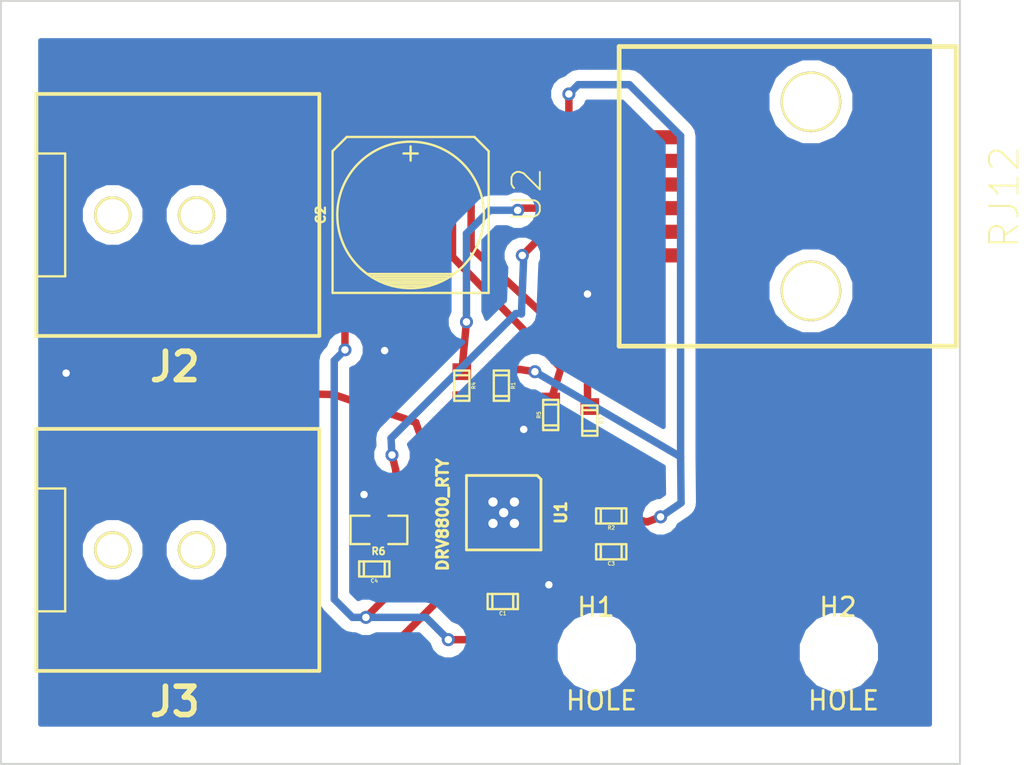
<source format=kicad_pcb>
(kicad_pcb (version 3) (host pcbnew "(2013-08-24 BZR 4298)-stable")

  (general
    (links 36)
    (no_connects 0)
    (area 110.949999 73.949999 162.550001 115.050001)
    (thickness 1.6)
    (drawings 5)
    (tracks 148)
    (zones 0)
    (modules 16)
    (nets 18)
  )

  (page A)
  (layers
    (15 F.Cu signal)
    (0 B.Cu signal)
    (16 B.Adhes user)
    (17 F.Adhes user)
    (18 B.Paste user)
    (19 F.Paste user)
    (20 B.SilkS user)
    (21 F.SilkS user)
    (22 B.Mask user)
    (23 F.Mask user)
    (24 Dwgs.User user)
    (25 Cmts.User user)
    (26 Eco1.User user)
    (27 Eco2.User user)
    (28 Edge.Cuts user)
  )

  (setup
    (last_trace_width 0.4)
    (user_trace_width 0.2)
    (user_trace_width 0.25)
    (user_trace_width 0.3)
    (user_trace_width 0.4)
    (user_trace_width 0.5)
    (user_trace_width 0.6)
    (user_trace_width 0.7)
    (user_trace_width 0.8)
    (user_trace_width 0.9)
    (user_trace_width 1)
    (user_trace_width 1.1)
    (user_trace_width 2)
    (trace_clearance 0.2)
    (zone_clearance 0.6)
    (zone_45_only no)
    (trace_min 0.1)
    (segment_width 0.2)
    (edge_width 0.1)
    (via_size 0.7)
    (via_drill 0.4)
    (via_min_size 0.7)
    (via_min_drill 0.4)
    (uvia_size 0.4)
    (uvia_drill 0.127)
    (uvias_allowed no)
    (uvia_min_size 0.4)
    (uvia_min_drill 0.127)
    (pcb_text_width 0.3)
    (pcb_text_size 1.5 1.5)
    (mod_edge_width 0.15)
    (mod_text_size 1 1)
    (mod_text_width 0.15)
    (pad_size 2 0.8)
    (pad_drill 0)
    (pad_to_mask_clearance 0)
    (aux_axis_origin 0 0)
    (visible_elements 7FFFFFFF)
    (pcbplotparams
      (layerselection 271613953)
      (usegerberextensions false)
      (excludeedgelayer true)
      (linewidth 0.150000)
      (plotframeref false)
      (viasonmask false)
      (mode 1)
      (useauxorigin false)
      (hpglpennumber 1)
      (hpglpenspeed 20)
      (hpglpendiameter 15)
      (hpglpenoverlay 2)
      (psnegative false)
      (psa4output false)
      (plotreference true)
      (plotvalue true)
      (plotothertext true)
      (plotinvisibletext false)
      (padsonsilk false)
      (subtractmaskfromsilk false)
      (outputformat 1)
      (mirror false)
      (drillshape 0)
      (scaleselection 1)
      (outputdirectory ""))
  )

  (net 0 "")
  (net 1 CS)
  (net 2 GND)
  (net 3 MODE)
  (net 4 Motor1OutA)
  (net 5 Motor1OutB)
  (net 6 N-000001)
  (net 7 N-0000014)
  (net 8 N-0000015)
  (net 9 N-0000020)
  (net 10 N-000003)
  (net 11 N-000004)
  (net 12 N-000006)
  (net 13 N-000008)
  (net 14 PHASE)
  (net 15 PWM)
  (net 16 VDD)
  (net 17 Vin)

  (net_class Default "This is the default net class."
    (clearance 0.2)
    (trace_width 0.25)
    (via_dia 0.7)
    (via_drill 0.4)
    (uvia_dia 0.4)
    (uvia_drill 0.127)
    (add_net "")
    (add_net CS)
    (add_net GND)
    (add_net MODE)
    (add_net Motor1OutA)
    (add_net Motor1OutB)
    (add_net N-000001)
    (add_net N-0000014)
    (add_net N-0000015)
    (add_net N-0000020)
    (add_net N-000003)
    (add_net N-000004)
    (add_net N-000006)
    (add_net N-000008)
    (add_net PHASE)
    (add_net PWM)
    (add_net VDD)
    (add_net Vin)
  )

  (module TED_SM0603 (layer F.Cu) (tedit 527731CB) (tstamp 537EB075)
    (at 142.625 96.55 270)
    (descr "SMT capacitor, 0603")
    (path /5260A766)
    (fp_text reference R3 (at 0 -0.635 270) (layer F.SilkS)
      (effects (font (size 0.20066 0.20066) (thickness 0.04064)))
    )
    (fp_text value 1k (at 0 0.635 270) (layer F.SilkS) hide
      (effects (font (size 0.20066 0.20066) (thickness 0.04064)))
    )
    (fp_line (start 0.5588 0.4064) (end 0.5588 -0.4064) (layer F.SilkS) (width 0.127))
    (fp_line (start -0.5588 -0.381) (end -0.5588 0.4064) (layer F.SilkS) (width 0.127))
    (fp_line (start -0.8128 -0.4064) (end 0.8128 -0.4064) (layer F.SilkS) (width 0.127))
    (fp_line (start 0.8128 -0.4064) (end 0.8128 0.4064) (layer F.SilkS) (width 0.127))
    (fp_line (start 0.8128 0.4064) (end -0.8128 0.4064) (layer F.SilkS) (width 0.127))
    (fp_line (start -0.8128 0.4064) (end -0.8128 -0.4064) (layer F.SilkS) (width 0.127))
    (pad 2 smd rect (at 0.75184 0 270) (size 0.89916 1.00076)
      (layers F.Cu F.Paste F.Mask)
      (net 3 MODE)
      (clearance 0.1)
    )
    (pad 1 smd rect (at -0.75184 0 270) (size 0.89916 1.00076)
      (layers F.Cu F.Paste F.Mask)
      (net 9 N-0000020)
      (clearance 0.1)
    )
    (model smd/capacitors/c_0603.wrl
      (at (xyz 0 0 0))
      (scale (xyz 1 1 1))
      (rotate (xyz 0 0 0))
    )
  )

  (module TED_SM0603 (layer F.Cu) (tedit 527731CB) (tstamp 537EB081)
    (at 140.525 96.25 90)
    (descr "SMT capacitor, 0603")
    (path /5260A77F)
    (fp_text reference R5 (at 0 -0.635 90) (layer F.SilkS)
      (effects (font (size 0.20066 0.20066) (thickness 0.04064)))
    )
    (fp_text value 1k (at 0 0.635 90) (layer F.SilkS) hide
      (effects (font (size 0.20066 0.20066) (thickness 0.04064)))
    )
    (fp_line (start 0.5588 0.4064) (end 0.5588 -0.4064) (layer F.SilkS) (width 0.127))
    (fp_line (start -0.5588 -0.381) (end -0.5588 0.4064) (layer F.SilkS) (width 0.127))
    (fp_line (start -0.8128 -0.4064) (end 0.8128 -0.4064) (layer F.SilkS) (width 0.127))
    (fp_line (start 0.8128 -0.4064) (end 0.8128 0.4064) (layer F.SilkS) (width 0.127))
    (fp_line (start 0.8128 0.4064) (end -0.8128 0.4064) (layer F.SilkS) (width 0.127))
    (fp_line (start -0.8128 0.4064) (end -0.8128 -0.4064) (layer F.SilkS) (width 0.127))
    (pad 2 smd rect (at 0.75184 0 90) (size 0.89916 1.00076)
      (layers F.Cu F.Paste F.Mask)
      (net 7 N-0000014)
      (clearance 0.1)
    )
    (pad 1 smd rect (at -0.75184 0 90) (size 0.89916 1.00076)
      (layers F.Cu F.Paste F.Mask)
      (net 14 PHASE)
      (clearance 0.1)
    )
    (model smd/capacitors/c_0603.wrl
      (at (xyz 0 0 0))
      (scale (xyz 1 1 1))
      (rotate (xyz 0 0 0))
    )
  )

  (module TED_SM0603 (layer F.Cu) (tedit 527731CB) (tstamp 537EB08D)
    (at 135.75 94.675 270)
    (descr "SMT capacitor, 0603")
    (path /5260A785)
    (fp_text reference R4 (at 0 -0.635 270) (layer F.SilkS)
      (effects (font (size 0.20066 0.20066) (thickness 0.04064)))
    )
    (fp_text value 1k (at 0 0.635 270) (layer F.SilkS) hide
      (effects (font (size 0.20066 0.20066) (thickness 0.04064)))
    )
    (fp_line (start 0.5588 0.4064) (end 0.5588 -0.4064) (layer F.SilkS) (width 0.127))
    (fp_line (start -0.5588 -0.381) (end -0.5588 0.4064) (layer F.SilkS) (width 0.127))
    (fp_line (start -0.8128 -0.4064) (end 0.8128 -0.4064) (layer F.SilkS) (width 0.127))
    (fp_line (start 0.8128 -0.4064) (end 0.8128 0.4064) (layer F.SilkS) (width 0.127))
    (fp_line (start 0.8128 0.4064) (end -0.8128 0.4064) (layer F.SilkS) (width 0.127))
    (fp_line (start -0.8128 0.4064) (end -0.8128 -0.4064) (layer F.SilkS) (width 0.127))
    (pad 2 smd rect (at 0.75184 0 270) (size 0.89916 1.00076)
      (layers F.Cu F.Paste F.Mask)
      (net 15 PWM)
      (clearance 0.1)
    )
    (pad 1 smd rect (at -0.75184 0 270) (size 0.89916 1.00076)
      (layers F.Cu F.Paste F.Mask)
      (net 8 N-0000015)
      (clearance 0.1)
    )
    (model smd/capacitors/c_0603.wrl
      (at (xyz 0 0 0))
      (scale (xyz 1 1 1))
      (rotate (xyz 0 0 0))
    )
  )

  (module TED_SM0603 (layer F.Cu) (tedit 527731CB) (tstamp 537EB099)
    (at 137.95 106.275 180)
    (descr "SMT capacitor, 0603")
    (path /532CD1F4)
    (fp_text reference C1 (at 0 -0.635 180) (layer F.SilkS)
      (effects (font (size 0.20066 0.20066) (thickness 0.04064)))
    )
    (fp_text value ".1uF (50v)" (at 0 0.635 180) (layer F.SilkS) hide
      (effects (font (size 0.20066 0.20066) (thickness 0.04064)))
    )
    (fp_line (start 0.5588 0.4064) (end 0.5588 -0.4064) (layer F.SilkS) (width 0.127))
    (fp_line (start -0.5588 -0.381) (end -0.5588 0.4064) (layer F.SilkS) (width 0.127))
    (fp_line (start -0.8128 -0.4064) (end 0.8128 -0.4064) (layer F.SilkS) (width 0.127))
    (fp_line (start 0.8128 -0.4064) (end 0.8128 0.4064) (layer F.SilkS) (width 0.127))
    (fp_line (start 0.8128 0.4064) (end -0.8128 0.4064) (layer F.SilkS) (width 0.127))
    (fp_line (start -0.8128 0.4064) (end -0.8128 -0.4064) (layer F.SilkS) (width 0.127))
    (pad 2 smd rect (at 0.75184 0 180) (size 0.89916 1.00076)
      (layers F.Cu F.Paste F.Mask)
      (net 11 N-000004)
      (clearance 0.1)
    )
    (pad 1 smd rect (at -0.75184 0 180) (size 0.89916 1.00076)
      (layers F.Cu F.Paste F.Mask)
      (net 10 N-000003)
      (clearance 0.1)
    )
    (model smd/capacitors/c_0603.wrl
      (at (xyz 0 0 0))
      (scale (xyz 1 1 1))
      (rotate (xyz 0 0 0))
    )
  )

  (module TED_SM0603 (layer F.Cu) (tedit 527731CB) (tstamp 537EB0B1)
    (at 137.875 94.675 270)
    (descr "SMT capacitor, 0603")
    (path /532CD08D)
    (fp_text reference R1 (at 0 -0.635 270) (layer F.SilkS)
      (effects (font (size 0.20066 0.20066) (thickness 0.04064)))
    )
    (fp_text value 3.3k (at 0 0.635 270) (layer F.SilkS) hide
      (effects (font (size 0.20066 0.20066) (thickness 0.04064)))
    )
    (fp_line (start 0.5588 0.4064) (end 0.5588 -0.4064) (layer F.SilkS) (width 0.127))
    (fp_line (start -0.5588 -0.381) (end -0.5588 0.4064) (layer F.SilkS) (width 0.127))
    (fp_line (start -0.8128 -0.4064) (end 0.8128 -0.4064) (layer F.SilkS) (width 0.127))
    (fp_line (start 0.8128 -0.4064) (end 0.8128 0.4064) (layer F.SilkS) (width 0.127))
    (fp_line (start 0.8128 0.4064) (end -0.8128 0.4064) (layer F.SilkS) (width 0.127))
    (fp_line (start -0.8128 0.4064) (end -0.8128 -0.4064) (layer F.SilkS) (width 0.127))
    (pad 2 smd rect (at 0.75184 0 270) (size 0.89916 1.00076)
      (layers F.Cu F.Paste F.Mask)
      (net 6 N-000001)
      (clearance 0.1)
    )
    (pad 1 smd rect (at -0.75184 0 270) (size 0.89916 1.00076)
      (layers F.Cu F.Paste F.Mask)
      (net 16 VDD)
      (clearance 0.1)
    )
    (model smd/capacitors/c_0603.wrl
      (at (xyz 0 0 0))
      (scale (xyz 1 1 1))
      (rotate (xyz 0 0 0))
    )
  )

  (module TED_SM0603 (layer F.Cu) (tedit 527731CB) (tstamp 537EB0BD)
    (at 143.775 101.675 180)
    (descr "SMT capacitor, 0603")
    (path /532CCFD5)
    (fp_text reference R2 (at 0 -0.635 180) (layer F.SilkS)
      (effects (font (size 0.20066 0.20066) (thickness 0.04064)))
    )
    (fp_text value 3.3k (at 0 0.635 180) (layer F.SilkS) hide
      (effects (font (size 0.20066 0.20066) (thickness 0.04064)))
    )
    (fp_line (start 0.5588 0.4064) (end 0.5588 -0.4064) (layer F.SilkS) (width 0.127))
    (fp_line (start -0.5588 -0.381) (end -0.5588 0.4064) (layer F.SilkS) (width 0.127))
    (fp_line (start -0.8128 -0.4064) (end 0.8128 -0.4064) (layer F.SilkS) (width 0.127))
    (fp_line (start 0.8128 -0.4064) (end 0.8128 0.4064) (layer F.SilkS) (width 0.127))
    (fp_line (start 0.8128 0.4064) (end -0.8128 0.4064) (layer F.SilkS) (width 0.127))
    (fp_line (start -0.8128 0.4064) (end -0.8128 -0.4064) (layer F.SilkS) (width 0.127))
    (pad 2 smd rect (at 0.75184 0 180) (size 0.89916 1.00076)
      (layers F.Cu F.Paste F.Mask)
      (net 13 N-000008)
      (clearance 0.1)
    )
    (pad 1 smd rect (at -0.75184 0 180) (size 0.89916 1.00076)
      (layers F.Cu F.Paste F.Mask)
      (net 16 VDD)
      (clearance 0.1)
    )
    (model smd/capacitors/c_0603.wrl
      (at (xyz 0 0 0))
      (scale (xyz 1 1 1))
      (rotate (xyz 0 0 0))
    )
  )

  (module TED_SM0603 (layer F.Cu) (tedit 527731CB) (tstamp 537EB0C9)
    (at 143.775 103.6 180)
    (descr "SMT capacitor, 0603")
    (path /532CCF4F)
    (fp_text reference C3 (at 0 -0.635 180) (layer F.SilkS)
      (effects (font (size 0.20066 0.20066) (thickness 0.04064)))
    )
    (fp_text value ".1uF (50v)" (at 0 0.635 180) (layer F.SilkS) hide
      (effects (font (size 0.20066 0.20066) (thickness 0.04064)))
    )
    (fp_line (start 0.5588 0.4064) (end 0.5588 -0.4064) (layer F.SilkS) (width 0.127))
    (fp_line (start -0.5588 -0.381) (end -0.5588 0.4064) (layer F.SilkS) (width 0.127))
    (fp_line (start -0.8128 -0.4064) (end 0.8128 -0.4064) (layer F.SilkS) (width 0.127))
    (fp_line (start 0.8128 -0.4064) (end 0.8128 0.4064) (layer F.SilkS) (width 0.127))
    (fp_line (start 0.8128 0.4064) (end -0.8128 0.4064) (layer F.SilkS) (width 0.127))
    (fp_line (start -0.8128 0.4064) (end -0.8128 -0.4064) (layer F.SilkS) (width 0.127))
    (pad 2 smd rect (at 0.75184 0 180) (size 0.89916 1.00076)
      (layers F.Cu F.Paste F.Mask)
      (net 12 N-000006)
      (clearance 0.1)
    )
    (pad 1 smd rect (at -0.75184 0 180) (size 0.89916 1.00076)
      (layers F.Cu F.Paste F.Mask)
      (net 17 Vin)
      (clearance 0.1)
    )
    (model smd/capacitors/c_0603.wrl
      (at (xyz 0 0 0))
      (scale (xyz 1 1 1))
      (rotate (xyz 0 0 0))
    )
  )

  (module TED_SM0603 (layer F.Cu) (tedit 527731CB) (tstamp 537EB0D5)
    (at 131.05 104.525 180)
    (descr "SMT capacitor, 0603")
    (path /532CCE8D)
    (fp_text reference C4 (at 0 -0.635 180) (layer F.SilkS)
      (effects (font (size 0.20066 0.20066) (thickness 0.04064)))
    )
    (fp_text value ".1uF (50v)" (at 0 0.635 180) (layer F.SilkS) hide
      (effects (font (size 0.20066 0.20066) (thickness 0.04064)))
    )
    (fp_line (start 0.5588 0.4064) (end 0.5588 -0.4064) (layer F.SilkS) (width 0.127))
    (fp_line (start -0.5588 -0.381) (end -0.5588 0.4064) (layer F.SilkS) (width 0.127))
    (fp_line (start -0.8128 -0.4064) (end 0.8128 -0.4064) (layer F.SilkS) (width 0.127))
    (fp_line (start 0.8128 -0.4064) (end 0.8128 0.4064) (layer F.SilkS) (width 0.127))
    (fp_line (start 0.8128 0.4064) (end -0.8128 0.4064) (layer F.SilkS) (width 0.127))
    (fp_line (start -0.8128 0.4064) (end -0.8128 -0.4064) (layer F.SilkS) (width 0.127))
    (pad 2 smd rect (at 0.75184 0 180) (size 0.89916 1.00076)
      (layers F.Cu F.Paste F.Mask)
      (net 2 GND)
      (clearance 0.1)
    )
    (pad 1 smd rect (at -0.75184 0 180) (size 0.89916 1.00076)
      (layers F.Cu F.Paste F.Mask)
      (net 17 Vin)
      (clearance 0.1)
    )
    (model smd/capacitors/c_0603.wrl
      (at (xyz 0 0 0))
      (scale (xyz 1 1 1))
      (rotate (xyz 0 0 0))
    )
  )

  (module TED_QFN16+1 (layer F.Cu) (tedit 532CC866) (tstamp 537EB0F5)
    (at 138 101.5 270)
    (path /53880556)
    (solder_mask_margin 0.1)
    (solder_paste_margin -0.1)
    (solder_paste_ratio -0.2)
    (clearance 0.1)
    (fp_text reference U1 (at -0.01 -3.07 270) (layer F.SilkS)
      (effects (font (size 0.6 0.6) (thickness 0.15)))
    )
    (fp_text value DRV8800_RTY (at 0.11 3.28 270) (layer F.SilkS)
      (effects (font (size 0.6 0.6) (thickness 0.15)))
    )
    (fp_line (start -1.8 -2) (end 2 -2) (layer F.SilkS) (width 0.14986))
    (fp_line (start -2 -1.8) (end -2 2) (layer F.SilkS) (width 0.14986))
    (fp_line (start -1.8 -2) (end -2 -1.8) (layer F.SilkS) (width 0.14986))
    (fp_line (start 2 2) (end -2 2) (layer F.SilkS) (width 0.14986))
    (fp_line (start 2 -2) (end 2 2) (layer F.SilkS) (width 0.14986))
    (pad 17 smd rect (at 0 0 180) (size 2.1 2.1)
      (layers F.Cu F.Paste)
      (net 2 GND)
      (zone_connect 2)
    )
    (pad 1 smd rect (at -1.9 -0.975 270) (size 1 0.35)
      (layers F.Cu F.Paste F.Mask)
      (net 14 PHASE)
    )
    (pad 2 smd rect (at -1.9 -0.325 270) (size 1 0.35)
      (layers F.Cu F.Paste F.Mask)
      (net 2 GND)
    )
    (pad 3 smd rect (at -1.9 0.325 270) (size 1 0.35)
      (layers F.Cu F.Paste F.Mask)
      (net 6 N-000001)
    )
    (pad 4 smd rect (at -1.9 0.975 270) (size 1 0.35)
      (layers F.Cu F.Paste F.Mask)
      (net 15 PWM)
    )
    (pad 5 smd rect (at -0.975 1.9 180) (size 1 0.35)
      (layers F.Cu F.Paste F.Mask)
    )
    (pad 6 smd rect (at -0.325 1.9 180) (size 1 0.35)
      (layers F.Cu F.Paste F.Mask)
      (net 4 Motor1OutA)
    )
    (pad 7 smd rect (at 0.325 1.9 180) (size 1 0.35)
      (layers F.Cu F.Paste F.Mask)
      (net 1 CS)
    )
    (pad 8 smd rect (at 0.975 1.9 180) (size 1 0.35)
      (layers F.Cu F.Paste F.Mask)
      (net 17 Vin)
    )
    (pad 9 smd rect (at 1.9 0.975 270) (size 1 0.35)
      (layers F.Cu F.Paste F.Mask)
      (net 5 Motor1OutB)
    )
    (pad 10 smd rect (at 1.9 0.325 270) (size 1 0.35)
      (layers F.Cu F.Paste F.Mask)
      (net 11 N-000004)
    )
    (pad 11 smd rect (at 1.9 -0.325 270) (size 1 0.35)
      (layers F.Cu F.Paste F.Mask)
      (net 10 N-000003)
    )
    (pad 12 smd rect (at 1.9 -0.975 270) (size 1 0.35)
      (layers F.Cu F.Paste F.Mask)
      (net 2 GND)
    )
    (pad 13 smd rect (at 0.975 -1.9 180) (size 1 0.35)
      (layers F.Cu F.Paste F.Mask)
      (net 12 N-000006)
    )
    (pad 14 smd rect (at 0.325 -1.9 180) (size 1 0.35)
      (layers F.Cu F.Paste F.Mask)
    )
    (pad 15 smd rect (at -0.325 -1.9 180) (size 1 0.35)
      (layers F.Cu F.Paste F.Mask)
      (net 13 N-000008)
    )
    (pad 16 smd rect (at -0.975 -1.9 180) (size 1 0.35)
      (layers F.Cu F.Paste F.Mask)
      (net 3 MODE)
    )
    (pad 17 thru_hole circle (at 0 0 180) (size 0.5 0.5) (drill 0.5)
      (layers *.Cu)
      (net 2 GND)
      (zone_connect 2)
    )
    (pad 17 thru_hole circle (at 0.575 -0.575 180) (size 0.5 0.5) (drill 0.5)
      (layers *.Cu)
      (net 2 GND)
      (zone_connect 2)
    )
    (pad 17 thru_hole circle (at -0.575 -0.575 180) (size 0.5 0.5) (drill 0.5)
      (layers *.Cu)
      (net 2 GND)
      (zone_connect 2)
    )
    (pad 17 thru_hole circle (at 0.575 0.575 180) (size 0.5 0.5) (drill 0.5)
      (layers *.Cu)
      (net 2 GND)
      (zone_connect 2)
    )
    (pad 17 thru_hole circle (at -0.575 0.575 180) (size 0.5 0.5) (drill 0.5)
      (layers *.Cu)
      (net 2 GND)
      (zone_connect 2)
    )
    (pad 17 smd rect (at 0 0 180) (size 2.1 2.1)
      (layers B.Cu B.Paste)
      (net 2 GND)
      (zone_connect 2)
    )
    (model smd/qfn24.wrl
      (at (xyz 0 0 0))
      (scale (xyz 1 1 1))
      (rotate (xyz 0 0 0))
    )
  )

  (module TED_Hole_3mm (layer F.Cu) (tedit 52802437) (tstamp 537EB109)
    (at 143 109)
    (path /52D61D03)
    (fp_text reference H1 (at -0.05 -2.425) (layer F.SilkS)
      (effects (font (size 1 1) (thickness 0.15)))
    )
    (fp_text value HOLE (at 0.25 2.6) (layer F.SilkS)
      (effects (font (size 1 1) (thickness 0.15)))
    )
    (pad "" np_thru_hole circle (at 0 0) (size 3 3) (drill 3)
      (layers *.Cu *.Mask F.SilkS)
    )
  )

  (module TED_DC_2.1mm_SMT (layer F.Cu) (tedit 52880F9F) (tstamp 537EB128)
    (at 120.5 85.5 180)
    (path /52503907)
    (fp_text reference J2 (at 0.15748 -8.15848 180) (layer F.SilkS)
      (effects (font (thickness 0.3048)))
    )
    (fp_text value DC_2.1MM (at 0.1016 8.49884 180) (layer F.SilkS) hide
      (effects (font (thickness 0.3048)))
    )
    (fp_line (start 7.6 -3.3) (end 6.05 -3.3) (layer F.SilkS) (width 0.127))
    (fp_line (start 6.05 -3.3) (end 6.05 3.3) (layer F.SilkS) (width 0.127))
    (fp_line (start 6.05 3.3) (end 7.575 3.3) (layer F.SilkS) (width 0.127))
    (fp_line (start -7.59968 -6.5024) (end 7.59968 -6.5024) (layer F.SilkS) (width 0.20066))
    (fp_line (start 7.59968 -6.5024) (end 7.59968 6.5024) (layer F.SilkS) (width 0.20066))
    (fp_line (start 7.59968 6.5024) (end -7.59968 6.5024) (layer F.SilkS) (width 0.20066))
    (fp_line (start -7.59968 6.5024) (end -7.59968 -6.5024) (layer F.SilkS) (width 0.20066))
    (pad "" np_thru_hole circle (at -1.00076 0 180) (size 1.99898 1.99898) (drill 1.69926)
      (layers *.Cu *.Mask F.SilkS)
    )
    (pad 1 smd rect (at 3.50012 5.4102 180) (size 1.99898 1.99898)
      (layers F.Cu F.Paste F.Mask)
      (net 17 Vin)
    )
    (pad 1 smd rect (at -2.60096 5.4102 180) (size 1.99898 1.99898)
      (layers F.Cu F.Paste F.Mask)
      (net 17 Vin)
    )
    (pad 2 smd rect (at 3.50012 -5.41528 180) (size 1.99898 1.99898)
      (layers F.Cu F.Paste F.Mask)
      (net 2 GND)
    )
    (pad 3 smd rect (at -2.60096 -5.41528 180) (size 1.99898 1.99898)
      (layers F.Cu F.Paste F.Mask)
    )
    (pad "" np_thru_hole circle (at 3.50012 0 180) (size 1.99898 1.99898) (drill 1.69926)
      (layers *.Cu *.Mask F.SilkS)
    )
  )

  (module TED_DC_2.1mm_SMT (layer F.Cu) (tedit 52880F9F) (tstamp 537EB139)
    (at 120.5 103.5 180)
    (path /52D6165C)
    (fp_text reference J3 (at 0.15748 -8.15848 180) (layer F.SilkS)
      (effects (font (thickness 0.3048)))
    )
    (fp_text value DC_2.1MM (at 0.1016 8.49884 180) (layer F.SilkS) hide
      (effects (font (thickness 0.3048)))
    )
    (fp_line (start 7.6 -3.3) (end 6.05 -3.3) (layer F.SilkS) (width 0.127))
    (fp_line (start 6.05 -3.3) (end 6.05 3.3) (layer F.SilkS) (width 0.127))
    (fp_line (start 6.05 3.3) (end 7.575 3.3) (layer F.SilkS) (width 0.127))
    (fp_line (start -7.59968 -6.5024) (end 7.59968 -6.5024) (layer F.SilkS) (width 0.20066))
    (fp_line (start 7.59968 -6.5024) (end 7.59968 6.5024) (layer F.SilkS) (width 0.20066))
    (fp_line (start 7.59968 6.5024) (end -7.59968 6.5024) (layer F.SilkS) (width 0.20066))
    (fp_line (start -7.59968 6.5024) (end -7.59968 -6.5024) (layer F.SilkS) (width 0.20066))
    (pad "" np_thru_hole circle (at -1.00076 0 180) (size 1.99898 1.99898) (drill 1.69926)
      (layers *.Cu *.Mask F.SilkS)
    )
    (pad 1 smd rect (at 3.50012 5.4102 180) (size 1.99898 1.99898)
      (layers F.Cu F.Paste F.Mask)
      (net 4 Motor1OutA)
    )
    (pad 1 smd rect (at -2.60096 5.4102 180) (size 1.99898 1.99898)
      (layers F.Cu F.Paste F.Mask)
      (net 4 Motor1OutA)
    )
    (pad 2 smd rect (at 3.50012 -5.41528 180) (size 1.99898 1.99898)
      (layers F.Cu F.Paste F.Mask)
      (net 5 Motor1OutB)
    )
    (pad 3 smd rect (at -2.60096 -5.41528 180) (size 1.99898 1.99898)
      (layers F.Cu F.Paste F.Mask)
    )
    (pad "" np_thru_hole circle (at 3.50012 0 180) (size 1.99898 1.99898) (drill 1.69926)
      (layers *.Cu *.Mask F.SilkS)
    )
  )

  (module TED_c_elec_8x10 (layer F.Cu) (tedit 49F5C68A) (tstamp 537EB14E)
    (at 133 85.5 90)
    (descr "SMT capacitor, aluminium electrolytic, 8x10")
    (path /532CCE9D)
    (fp_text reference C2 (at 0 -4.826 90) (layer F.SilkS)
      (effects (font (size 0.50038 0.50038) (thickness 0.11938)))
    )
    (fp_text value "100 uF (50v)" (at 0 4.826 90) (layer F.SilkS) hide
      (effects (font (size 0.50038 0.50038) (thickness 0.11938)))
    )
    (fp_line (start -3.81 -1.016) (end -3.81 1.016) (layer F.SilkS) (width 0.127))
    (fp_line (start -3.683 1.397) (end -3.683 -1.397) (layer F.SilkS) (width 0.127))
    (fp_line (start -3.556 -1.651) (end -3.556 1.651) (layer F.SilkS) (width 0.127))
    (fp_line (start -3.429 1.905) (end -3.429 -1.905) (layer F.SilkS) (width 0.127))
    (fp_line (start -3.302 2.032) (end -3.302 -2.032) (layer F.SilkS) (width 0.127))
    (fp_line (start -3.175 -2.286) (end -3.175 2.286) (layer F.SilkS) (width 0.127))
    (fp_circle (center 0 0) (end 3.937 0) (layer F.SilkS) (width 0.127))
    (fp_line (start -4.191 -4.191) (end -4.191 4.191) (layer F.SilkS) (width 0.127))
    (fp_line (start -4.191 4.191) (end 3.429 4.191) (layer F.SilkS) (width 0.127))
    (fp_line (start 3.429 4.191) (end 4.191 3.429) (layer F.SilkS) (width 0.127))
    (fp_line (start 4.191 3.429) (end 4.191 -3.429) (layer F.SilkS) (width 0.127))
    (fp_line (start 4.191 -3.429) (end 3.429 -4.191) (layer F.SilkS) (width 0.127))
    (fp_line (start 3.429 -4.191) (end -4.191 -4.191) (layer F.SilkS) (width 0.127))
    (fp_line (start 3.683 0) (end 2.921 0) (layer F.SilkS) (width 0.127))
    (fp_line (start 3.302 -0.381) (end 3.302 0.381) (layer F.SilkS) (width 0.127))
    (pad 1 smd rect (at 3.2512 0 90) (size 3.50012 2.4003)
      (layers F.Cu F.Paste F.Mask)
      (net 17 Vin)
    )
    (pad 2 smd rect (at -3.2512 0 90) (size 3.50012 2.4003)
      (layers F.Cu F.Paste F.Mask)
      (net 2 GND)
    )
    (model smd/capacitors/c_elec_8x10.wrl
      (at (xyz 0 0 0))
      (scale (xyz 1 1 1))
      (rotate (xyz 0 0 0))
    )
  )

  (module TED_Hole_3mm (layer F.Cu) (tedit 52802437) (tstamp 537E7DDE)
    (at 156 109)
    (path /52D61D21)
    (fp_text reference H2 (at -0.05 -2.425) (layer F.SilkS)
      (effects (font (size 1 1) (thickness 0.15)))
    )
    (fp_text value HOLE (at 0.25 2.6) (layer F.SilkS)
      (effects (font (size 1 1) (thickness 0.15)))
    )
    (pad "" np_thru_hole circle (at 0 0) (size 3 3) (drill 3)
      (layers *.Cu *.Mask F.SilkS)
    )
  )

  (module TED_RJ12_955016669 (layer F.Cu) (tedit 538101BC) (tstamp 537E7C4C)
    (at 154.5 84.5 90)
    (path /537E7BB7)
    (fp_text reference U2 (at 0.08 -15.26 90) (layer F.SilkS)
      (effects (font (thickness 0.09906)))
    )
    (fp_text value RJ12 (at -0.04 10.39 90) (layer F.SilkS)
      (effects (font (thickness 0.09906)))
    )
    (fp_line (start -8.05 -10.3) (end 8.05 -10.3) (layer F.SilkS) (width 0.254))
    (fp_line (start 8.05 -10.3) (end 8.05 7.8) (layer F.SilkS) (width 0.254))
    (fp_line (start 8.05 7.8) (end -8.05 7.8) (layer F.SilkS) (width 0.254))
    (fp_line (start -8.05 7.8) (end -8.05 -10.3) (layer F.SilkS) (width 0.254))
    (pad 1 smd rect (at -3.175 -10.225 90) (size 0.76 6.35)
      (layers F.Cu F.Paste F.Mask)
      (net 2 GND)
      (clearance 0.2)
    )
    (pad 3 smd rect (at -0.635 -10.225 90) (size 0.76 6.35)
      (layers F.Cu F.Paste F.Mask)
      (net 8 N-0000015)
      (clearance 0.2)
    )
    (pad 5 smd rect (at 1.905 -10.225 90) (size 0.76 6.35)
      (layers F.Cu F.Paste F.Mask)
      (net 7 N-0000014)
      (clearance 0.2)
    )
    (pad 4 smd rect (at 0.635 -10.225 90) (size 0.76 6.35)
      (layers F.Cu F.Paste F.Mask)
      (net 9 N-0000020)
      (clearance 0.2)
    )
    (pad 6 smd rect (at 3.175 -10.225 90) (size 0.76 6.35)
      (layers F.Cu F.Paste F.Mask)
      (net 16 VDD)
      (clearance 0.2)
    )
    (pad "" np_thru_hole circle (at 5.08 0 90) (size 3.25 3.25) (drill 3)
      (layers *.Cu *.Mask F.SilkS)
      (clearance 0.3)
    )
    (pad "" np_thru_hole circle (at -5.08 0 90) (size 3.25 3.25) (drill 3)
      (layers *.Cu *.Mask F.SilkS)
      (clearance 0.3)
    )
    (pad 2 smd rect (at -1.905 -10.225 90) (size 0.76 6.35)
      (layers F.Cu F.Paste F.Mask)
      (net 1 CS)
      (clearance 0.2)
    )
  )

  (module TED_SM0805 (layer F.Cu) (tedit 522E5F71) (tstamp 538A06E0)
    (at 131.3 102.425 180)
    (path /532CD0D4)
    (attr smd)
    (fp_text reference R6 (at 0.0254 -1.14808 180) (layer F.SilkS)
      (effects (font (size 0.381 0.381) (thickness 0.09398)))
    )
    (fp_text value 10m (at 0.10668 1.19888 180) (layer F.SilkS) hide
      (effects (font (size 0.381 0.381) (thickness 0.09398)))
    )
    (fp_line (start -0.508 0.762) (end -1.524 0.762) (layer F.SilkS) (width 0.127))
    (fp_line (start -1.524 0.762) (end -1.524 -0.762) (layer F.SilkS) (width 0.127))
    (fp_line (start -1.524 -0.762) (end -0.508 -0.762) (layer F.SilkS) (width 0.127))
    (fp_line (start 0.508 -0.762) (end 1.524 -0.762) (layer F.SilkS) (width 0.127))
    (fp_line (start 1.524 -0.762) (end 1.524 0.762) (layer F.SilkS) (width 0.127))
    (fp_line (start 1.524 0.762) (end 0.508 0.762) (layer F.SilkS) (width 0.127))
    (pad 1 smd rect (at -0.9525 0 180) (size 0.889 1.397)
      (layers F.Cu F.Paste F.Mask)
      (net 1 CS)
    )
    (pad 2 smd rect (at 0.9525 0 180) (size 0.889 1.397)
      (layers F.Cu F.Paste F.Mask)
      (net 2 GND)
    )
    (model smd/chip_cms.wrl
      (at (xyz 0 0 0))
      (scale (xyz 0.1 0.1 0.1))
      (rotate (xyz 0 0 0))
    )
  )

  (gr_text MOTOR (at 117.225 111.55) (layer F.Cu)
    (effects (font (size 1.5 1.5) (thickness 0.3)))
  )
  (gr_line (start 111 115) (end 111 74) (angle 90) (layer Edge.Cuts) (width 0.1))
  (gr_line (start 162.5 115) (end 111 115) (angle 90) (layer Edge.Cuts) (width 0.1))
  (gr_line (start 162.5 74) (end 162.5 115) (angle 90) (layer Edge.Cuts) (width 0.1))
  (gr_line (start 111 74) (end 162.5 74) (angle 90) (layer Edge.Cuts) (width 0.1))

  (segment (start 138.950973 90.801064) (end 138.648936 90.801064) (width 0.4) (layer B.Cu) (net 1))
  (segment (start 132.2 99.2) (end 132.35 102.5) (width 0.4) (layer F.Cu) (net 1) (tstamp 5388080C) (status 20))
  (segment (start 132 98.4) (end 132.2 99.2) (width 0.4) (layer F.Cu) (net 1) (tstamp 5388080B))
  (via (at 132 98.4) (size 0.7) (layers F.Cu B.Cu) (net 1))
  (segment (start 131.95 97.5) (end 132 98.4) (width 0.4) (layer B.Cu) (net 1) (tstamp 53880808))
  (segment (start 138.648936 90.801064) (end 131.95 97.5) (width 0.4) (layer B.Cu) (net 1) (tstamp 53880807))
  (segment (start 144.275 86.405) (end 140.27 86.405) (width 0.4) (layer F.Cu) (net 1))
  (segment (start 139.075 87.75) (end 138.950973 90.801064) (width 0.4) (layer B.Cu) (net 1) (tstamp 538806EB))
  (segment (start 138.950973 90.801064) (end 138.95 90.825) (width 0.4) (layer B.Cu) (net 1) (tstamp 53880805))
  (segment (start 139 87.675) (end 139.075 87.75) (width 0.4) (layer B.Cu) (net 1) (tstamp 538806EA))
  (via (at 139 87.675) (size 0.7) (layers F.Cu B.Cu) (net 1))
  (segment (start 140.27 86.405) (end 139 87.675) (width 0.4) (layer F.Cu) (net 1) (tstamp 538806E6))
  (segment (start 136.1 101.825) (end 134.7 101.834272) (width 0.4) (layer F.Cu) (net 1) (status 20))
  (segment (start 134.7 101.834272) (end 132.35 102.5) (width 0.4) (layer F.Cu) (net 1) (tstamp 538A0716) (status 20))
  (segment (start 138.325 99.6) (end 138.325 98.55) (width 0.4) (layer F.Cu) (net 2))
  (via (at 139.075 97.025) (size 0.7) (layers F.Cu B.Cu) (net 2))
  (segment (start 138.325 98.55) (end 139.075 97.025) (width 0.4) (layer F.Cu) (net 2) (tstamp 5388075D))
  (segment (start 130.5 102.475) (end 130.525 100.375) (width 0.4) (layer F.Cu) (net 2) (status 10))
  (via (at 130.5 100.525) (size 0.7) (layers F.Cu B.Cu) (net 2))
  (segment (start 130.525 100.375) (end 130.5 100.525) (width 0.4) (layer F.Cu) (net 2) (tstamp 53880717))
  (segment (start 130.29816 104.525) (end 130.34816 102.62684) (width 0.4) (layer F.Cu) (net 2) (status 20))
  (segment (start 130.34816 102.62684) (end 130.5 102.475) (width 0.4) (layer F.Cu) (net 2) (tstamp 53880710) (status 30))
  (via (at 131.605 92.79) (size 0.7) (layers F.Cu B.Cu) (net 2))
  (segment (start 131.6 92.775) (end 131.6 92.785) (width 0.4) (layer B.Cu) (net 2) (tstamp 53880703))
  (segment (start 131.6 92.785) (end 131.605 92.79) (width 0.4) (layer B.Cu) (net 2) (tstamp 53880702))
  (via (at 140.425 105.375) (size 0.7) (layers F.Cu B.Cu) (net 2))
  (segment (start 138.975 104) (end 139.55 104.575) (width 0.4) (layer F.Cu) (net 2) (tstamp 5388067F))
  (segment (start 139.55 104.575) (end 139.825 104.575) (width 0.4) (layer F.Cu) (net 2) (tstamp 53880681))
  (segment (start 140.425 105.375) (end 139.825 104.575) (width 0.4) (layer F.Cu) (net 2) (tstamp 53880682))
  (segment (start 138.975 104) (end 138.975 103.4) (width 0.4) (layer F.Cu) (net 2))
  (segment (start 144.275 87.675) (end 141.825 87.675) (width 0.4) (layer F.Cu) (net 2))
  (via (at 142.5 89.75) (size 0.7) (layers F.Cu B.Cu) (net 2))
  (segment (start 142 87.85) (end 142.5 89.75) (width 0.4) (layer F.Cu) (net 2) (tstamp 538110E0))
  (segment (start 141.825 87.675) (end 142 87.85) (width 0.4) (layer F.Cu) (net 2) (tstamp 538110DF))
  (segment (start 133 88.7512) (end 133 90) (width 0.4) (layer F.Cu) (net 2) (status 30))
  (segment (start 133 90) (end 131.605 92.79) (width 0.4) (layer F.Cu) (net 2) (tstamp 537E7E5B) (status 10))
  (segment (start 131.605 92.79) (end 131.605 92.79) (width 0.4) (layer F.Cu) (net 2) (status 30))
  (segment (start 131.605 92.79) (end 131.605 92.79) (width 0.4) (layer F.Cu) (net 2) (tstamp 537EBC38) (status 10))
  (segment (start 116.99988 90.91528) (end 116.99988 91.50012) (width 0.4) (layer F.Cu) (net 2))
  (via (at 114.5 94) (size 0.7) (layers F.Cu B.Cu) (net 2))
  (segment (start 116.99988 91.50012) (end 114.5 94) (width 0.4) (layer F.Cu) (net 2) (tstamp 537EBA39))
  (segment (start 139.9 100.525) (end 141.25 100.525) (width 0.4) (layer F.Cu) (net 3))
  (segment (start 141.95 99.825) (end 142.625 97.30184) (width 0.4) (layer F.Cu) (net 3) (tstamp 538807C2) (status 20))
  (segment (start 141.25 100.525) (end 141.95 99.825) (width 0.4) (layer F.Cu) (net 3) (tstamp 538807C1))
  (segment (start 139.9 100.525) (end 139.975 100.525) (width 0.4) (layer F.Cu) (net 3))
  (segment (start 136.1 101.175) (end 134.9 101.175) (width 0.4) (layer F.Cu) (net 4))
  (segment (start 128.875 95.15) (end 123.525314 95.035359) (width 0.4) (layer F.Cu) (net 4) (tstamp 53880643))
  (segment (start 134.9 101.175) (end 133.275 96.65) (width 0.4) (layer F.Cu) (net 4) (tstamp 5388063F))
  (segment (start 133.275 96.65) (end 128.875 95.15) (width 0.4) (layer F.Cu) (net 4) (tstamp 538807F2))
  (segment (start 116.99988 98.0898) (end 116.99988 95.50012) (width 0.4) (layer F.Cu) (net 4))
  (segment (start 117.5 95) (end 123.525314 95.035359) (width 0.4) (layer F.Cu) (net 4) (tstamp 537EBA23))
  (segment (start 116.99988 95.50012) (end 117.5 95) (width 0.4) (layer F.Cu) (net 4) (tstamp 537EBA22))
  (segment (start 123.5 97.69076) (end 123.10096 98.0898) (width 0.4) (layer F.Cu) (net 4) (tstamp 537EBA0A))
  (segment (start 123.5 95.5) (end 123.5 97.69076) (width 0.4) (layer F.Cu) (net 4) (tstamp 537EBA09))
  (segment (start 123.576402 94.997938) (end 123.5 95.5) (width 0.4) (layer F.Cu) (net 4) (tstamp 537EBA08))
  (segment (start 123.525314 95.035359) (end 123.576402 94.997938) (width 0.4) (layer F.Cu) (net 4) (tstamp 537EBA25))
  (segment (start 137.025 103.4) (end 137.025 103.675) (width 0.4) (layer F.Cu) (net 5))
  (segment (start 116.99988 111.02488) (end 116.99988 108.91528) (width 0.4) (layer F.Cu) (net 5) (tstamp 538806B5))
  (segment (start 117.6 111.625) (end 116.99988 111.02488) (width 0.4) (layer F.Cu) (net 5) (tstamp 538806B4))
  (segment (start 129.075 111.625) (end 117.6 111.625) (width 0.4) (layer F.Cu) (net 5) (tstamp 538806AD))
  (segment (start 137.025 103.675) (end 129.075 111.625) (width 0.4) (layer F.Cu) (net 5) (tstamp 538806AB))
  (segment (start 137.025 103.4) (end 137.025 103.475) (width 0.4) (layer F.Cu) (net 5))
  (segment (start 137.675 99.6) (end 137.675 95.62684) (width 0.4) (layer F.Cu) (net 6))
  (segment (start 137.675 95.62684) (end 137.875 95.42684) (width 0.4) (layer F.Cu) (net 6) (tstamp 5388075B))
  (segment (start 140.525 95.49816) (end 141.075 93.725) (width 0.4) (layer F.Cu) (net 7) (status 10))
  (segment (start 136.905 82.595) (end 144.275 82.595) (width 0.4) (layer F.Cu) (net 7) (tstamp 5381110C))
  (segment (start 135.25 83.5) (end 136.905 82.595) (width 0.4) (layer F.Cu) (net 7) (tstamp 5381110B))
  (segment (start 135.25 87.75) (end 135.25 83.5) (width 0.4) (layer F.Cu) (net 7) (tstamp 53811109))
  (segment (start 141.075 93.725) (end 135.25 87.75) (width 0.4) (layer F.Cu) (net 7) (tstamp 53811108))
  (segment (start 135.75 93.92316) (end 135.74816 93.92316) (width 0.4) (layer F.Cu) (net 8) (status 30))
  (segment (start 138.865 85.135) (end 144.275 85.135) (width 0.4) (layer F.Cu) (net 8) (tstamp 53811163))
  (segment (start 138.75 85.25) (end 138.865 85.135) (width 0.4) (layer F.Cu) (net 8) (tstamp 53811162))
  (via (at 138.75 85.25) (size 0.7) (layers F.Cu B.Cu) (net 8))
  (segment (start 137.25 85.25) (end 138.75 85.25) (width 0.4) (layer B.Cu) (net 8) (tstamp 53811160))
  (segment (start 136 86.5) (end 137.25 85.25) (width 0.4) (layer B.Cu) (net 8) (tstamp 5381115F))
  (segment (start 136 88) (end 136 86.5) (width 0.4) (layer B.Cu) (net 8) (tstamp 5381115E))
  (segment (start 136 91.25) (end 136 88) (width 0.4) (layer B.Cu) (net 8) (tstamp 5381115D))
  (via (at 136 91.25) (size 0.7) (layers F.Cu B.Cu) (net 8))
  (segment (start 135.74816 93.92316) (end 136 91.25) (width 0.4) (layer F.Cu) (net 8) (tstamp 5381115B) (status 10))
  (segment (start 142.5 93.075) (end 142.5 95.67316) (width 0.4) (layer F.Cu) (net 9))
  (segment (start 142.5 93.075) (end 136.25 87.25) (width 0.4) (layer F.Cu) (net 9) (tstamp 53811110))
  (segment (start 136.25 87.25) (end 136.25 84.5) (width 0.4) (layer F.Cu) (net 9) (tstamp 53811112))
  (segment (start 136.25 84.5) (end 137.635 83.865) (width 0.4) (layer F.Cu) (net 9) (tstamp 53811114))
  (segment (start 144.275 83.865) (end 137.635 83.865) (width 0.4) (layer F.Cu) (net 9) (tstamp 53811115))
  (segment (start 142.5 95.67316) (end 142.625 95.79816) (width 0.4) (layer F.Cu) (net 9) (tstamp 5388090D))
  (segment (start 138.325 103.4) (end 138.325 104.625) (width 0.4) (layer F.Cu) (net 10))
  (segment (start 138.70184 105.00184) (end 138.70184 106.275) (width 0.4) (layer F.Cu) (net 10) (tstamp 5388067B))
  (segment (start 138.325 104.625) (end 138.70184 105.00184) (width 0.4) (layer F.Cu) (net 10) (tstamp 5388067A))
  (segment (start 137.675 103.4) (end 137.675 104.3) (width 0.4) (layer F.Cu) (net 11))
  (segment (start 137.19816 104.77684) (end 137.19816 106.275) (width 0.4) (layer F.Cu) (net 11) (tstamp 53880678))
  (segment (start 137.675 104.3) (end 137.19816 104.77684) (width 0.4) (layer F.Cu) (net 11) (tstamp 53880676))
  (segment (start 139.9 102.475) (end 140.925 102.475) (width 0.4) (layer F.Cu) (net 12))
  (segment (start 142.05 103.6) (end 143.02316 103.6) (width 0.4) (layer F.Cu) (net 12) (tstamp 5388088E))
  (segment (start 140.925 102.475) (end 142.05 103.6) (width 0.4) (layer F.Cu) (net 12) (tstamp 5388088D))
  (segment (start 139.9 101.175) (end 141.625 101.175) (width 0.4) (layer F.Cu) (net 13))
  (segment (start 142.125 101.675) (end 143.02316 101.675) (width 0.4) (layer F.Cu) (net 13) (tstamp 538807E0))
  (segment (start 141.625 101.175) (end 142.125 101.675) (width 0.4) (layer F.Cu) (net 13) (tstamp 538807DF))
  (segment (start 138.975 99.6) (end 138.975 99.05) (width 0.4) (layer F.Cu) (net 14))
  (segment (start 140.525 97.5) (end 140.525 97.00184) (width 0.4) (layer F.Cu) (net 14) (tstamp 5388079E))
  (segment (start 138.975 99.05) (end 140.525 97.5) (width 0.4) (layer F.Cu) (net 14) (tstamp 5388079B))
  (segment (start 137.025 99.6) (end 137.025 98.45) (width 0.4) (layer F.Cu) (net 15))
  (segment (start 137.025 98.45) (end 135.75 95.42684) (width 0.4) (layer F.Cu) (net 15) (tstamp 538806CA) (status 20))
  (segment (start 144.275 81.325) (end 142.575 81.325) (width 0.4) (layer F.Cu) (net 16))
  (segment (start 147.5 81.25) (end 147.5 98.5) (width 0.4) (layer B.Cu) (net 16) (tstamp 538110EB))
  (segment (start 144.75 78.5) (end 147.5 81.25) (width 0.4) (layer B.Cu) (net 16) (tstamp 538110EA))
  (segment (start 142 78.5) (end 144.75 78.5) (width 0.4) (layer B.Cu) (net 16) (tstamp 538110E9))
  (segment (start 141.5 79) (end 142 78.5) (width 0.4) (layer B.Cu) (net 16) (tstamp 538110E8))
  (via (at 141.5 79) (size 0.7) (layers F.Cu B.Cu) (net 16))
  (segment (start 141.5 80.25) (end 141.5 79) (width 0.4) (layer F.Cu) (net 16) (tstamp 538110E6))
  (segment (start 142.575 81.325) (end 141.5 80.25) (width 0.4) (layer F.Cu) (net 16) (tstamp 538110E5))
  (segment (start 144.52684 101.675) (end 145.7 102) (width 0.4) (layer F.Cu) (net 16) (status 10))
  (segment (start 145.7 102) (end 146.425 101.725) (width 0.4) (layer F.Cu) (net 16) (tstamp 537EBD2D))
  (via (at 146.425 101.725) (size 0.7) (layers F.Cu B.Cu) (net 16))
  (segment (start 146.425 101.725) (end 147.525 100.975) (width 0.4) (layer B.Cu) (net 16) (tstamp 537EBD2F))
  (segment (start 147.525 100.975) (end 147.5 98.5) (width 0.4) (layer B.Cu) (net 16) (tstamp 537EBD30))
  (segment (start 147.5 98.5) (end 139.675 93.925) (width 0.4) (layer B.Cu) (net 16) (tstamp 537EBD31))
  (via (at 139.675 93.925) (size 0.7) (layers F.Cu B.Cu) (net 16))
  (segment (start 139.675 93.925) (end 138.85 93.8) (width 0.4) (layer F.Cu) (net 16) (tstamp 537EBD33))
  (segment (start 137.875 93.92316) (end 138.85 93.8) (width 0.4) (layer F.Cu) (net 16) (status 10))
  (segment (start 130.6 107.125) (end 133.825 107.125) (width 0.4) (layer B.Cu) (net 17))
  (segment (start 144.52684 104.89816) (end 144.52684 103.6) (width 0.4) (layer F.Cu) (net 17) (tstamp 538808A4))
  (segment (start 143.775 105.65) (end 144.52684 104.89816) (width 0.4) (layer F.Cu) (net 17) (tstamp 538808A3))
  (segment (start 141.85 105.65) (end 143.775 105.65) (width 0.4) (layer F.Cu) (net 17) (tstamp 538808A0))
  (segment (start 139.175 108.325) (end 141.85 105.65) (width 0.4) (layer F.Cu) (net 17) (tstamp 5388089F))
  (segment (start 135.025 108.325) (end 139.175 108.325) (width 0.4) (layer F.Cu) (net 17) (tstamp 5388089E))
  (via (at 135.025 108.325) (size 0.7) (layers F.Cu B.Cu) (net 17))
  (segment (start 133.825 107.125) (end 135.025 108.325) (width 0.4) (layer B.Cu) (net 17) (tstamp 53880898))
  (segment (start 133 82.2488) (end 131.9512 82.2488) (width 0.4) (layer F.Cu) (net 17))
  (segment (start 131.80184 105.92316) (end 131.80184 104.525) (width 0.4) (layer F.Cu) (net 17) (tstamp 53880864))
  (segment (start 130.6 107.125) (end 131.80184 105.92316) (width 0.4) (layer F.Cu) (net 17) (tstamp 53880863))
  (via (at 130.6 107.125) (size 0.7) (layers F.Cu B.Cu) (net 17))
  (segment (start 129.875 107.125) (end 130.6 107.125) (width 0.4) (layer B.Cu) (net 17) (tstamp 53880860))
  (segment (start 128.9 106.15) (end 129.875 107.125) (width 0.4) (layer B.Cu) (net 17) (tstamp 5388085D))
  (segment (start 128.9 93.325) (end 128.9 106.15) (width 0.4) (layer B.Cu) (net 17) (tstamp 53880858))
  (segment (start 129.475 92.75) (end 128.9 93.325) (width 0.4) (layer B.Cu) (net 17) (tstamp 53880857))
  (via (at 129.475 92.75) (size 0.7) (layers F.Cu B.Cu) (net 17))
  (segment (start 129.475 84.725) (end 129.475 92.75) (width 0.4) (layer F.Cu) (net 17) (tstamp 53880852))
  (segment (start 131.9512 82.2488) (end 129.475 84.725) (width 0.4) (layer F.Cu) (net 17) (tstamp 5388084E))
  (segment (start 136.1 102.475) (end 135.15 102.475) (width 0.4) (layer F.Cu) (net 17))
  (segment (start 135.15 102.475) (end 133.1 104.525) (width 0.4) (layer F.Cu) (net 17) (tstamp 5388066F))
  (segment (start 133.1 104.525) (end 131.80184 104.525) (width 0.4) (layer F.Cu) (net 17) (tstamp 53880672))
  (segment (start 125 77) (end 129.325 77.575) (width 0.4) (layer F.Cu) (net 17))
  (segment (start 129.325 77.575) (end 133 82.2488) (width 0.4) (layer F.Cu) (net 17) (tstamp 537EBC35) (status 20))
  (segment (start 123.10096 80.0898) (end 123.10096 78.89904) (width 0.4) (layer F.Cu) (net 17))
  (segment (start 123.10096 78.89904) (end 125 77) (width 0.4) (layer F.Cu) (net 17) (tstamp 537EBA33))
  (segment (start 116.99988 80.0898) (end 116.99988 77.50012) (width 0.4) (layer F.Cu) (net 17))
  (segment (start 117.5 77) (end 125 77) (width 0.4) (layer F.Cu) (net 17) (tstamp 537EBA2D))
  (segment (start 116.99988 77.50012) (end 117.5 77) (width 0.4) (layer F.Cu) (net 17) (tstamp 537EBA2C))

  (zone (net 2) (net_name GND) (layer B.Cu) (tstamp 537EBA3D) (hatch edge 0.508)
    (connect_pads (clearance 0.6))
    (min_thickness 0.254)
    (fill (arc_segments 16) (thermal_gap 0.508) (thermal_bridge_width 0.508))
    (polygon
      (pts
        (xy 113 76) (xy 161 76) (xy 161 113) (xy 113 113)
      )
    )
    (filled_polygon
      (pts
        (xy 160.873 112.873) (xy 158.227386 112.873) (xy 158.227386 108.558966) (xy 157.88906 107.740154) (xy 157.263142 107.113142)
        (xy 156.852407 106.942589) (xy 156.852407 89.114211) (xy 156.852407 78.954211) (xy 156.495091 78.08944) (xy 155.83404 77.427234)
        (xy 154.969894 77.06841) (xy 154.034211 77.067593) (xy 153.16944 77.424909) (xy 152.507234 78.08596) (xy 152.14841 78.950106)
        (xy 152.147593 79.885789) (xy 152.504909 80.75056) (xy 153.16596 81.412766) (xy 154.030106 81.77159) (xy 154.965789 81.772407)
        (xy 155.83056 81.415091) (xy 156.492766 80.75404) (xy 156.85159 79.889894) (xy 156.852407 78.954211) (xy 156.852407 89.114211)
        (xy 156.495091 88.24944) (xy 155.83404 87.587234) (xy 154.969894 87.22841) (xy 154.034211 87.227593) (xy 153.16944 87.584909)
        (xy 152.507234 88.24596) (xy 152.14841 89.110106) (xy 152.147593 90.045789) (xy 152.504909 90.91056) (xy 153.16596 91.572766)
        (xy 154.030106 91.93159) (xy 154.965789 91.932407) (xy 155.83056 91.575091) (xy 156.492766 90.91404) (xy 156.85159 90.049894)
        (xy 156.852407 89.114211) (xy 156.852407 106.942589) (xy 156.444921 106.773387) (xy 155.558966 106.772614) (xy 154.740154 107.11094)
        (xy 154.113142 107.736858) (xy 153.773387 108.555079) (xy 153.772614 109.441034) (xy 154.11094 110.259846) (xy 154.736858 110.886858)
        (xy 155.555079 111.226613) (xy 156.441034 111.227386) (xy 157.259846 110.88906) (xy 157.886858 110.263142) (xy 158.226613 109.444921)
        (xy 158.227386 108.558966) (xy 158.227386 112.873) (xy 148.451953 112.873) (xy 148.451953 100.965637) (xy 148.427 98.49529)
        (xy 148.427 81.25) (xy 148.356436 80.895253) (xy 148.356436 80.895252) (xy 148.155488 80.594512) (xy 145.405488 77.844512)
        (xy 145.104748 77.643564) (xy 144.75 77.573) (xy 142 77.573) (xy 141.645253 77.643563) (xy 141.344512 77.844512)
        (xy 141.251776 77.937247) (xy 140.890725 78.086431) (xy 140.587496 78.389132) (xy 140.423187 78.784832) (xy 140.422813 79.213289)
        (xy 140.586431 79.609275) (xy 140.889132 79.912504) (xy 141.284832 80.076813) (xy 141.713289 80.077187) (xy 142.109275 79.913569)
        (xy 142.412504 79.610868) (xy 142.488852 79.427) (xy 144.366024 79.427) (xy 146.573 81.633976) (xy 146.573 96.884202)
        (xy 140.626483 93.407485) (xy 140.588569 93.315725) (xy 140.285868 93.012496) (xy 140.077187 92.925844) (xy 140.077187 87.461711)
        (xy 139.913569 87.065725) (xy 139.610868 86.762496) (xy 139.215168 86.598187) (xy 138.786711 86.597813) (xy 138.390725 86.761431)
        (xy 138.087496 87.064132) (xy 137.923187 87.459832) (xy 137.922813 87.888289) (xy 138.086431 88.284275) (xy 138.123986 88.321896)
        (xy 138.051428 90.106834) (xy 138.051428 90.106835) (xy 137.993448 90.145576) (xy 137.077165 91.061858) (xy 137.077187 91.036711)
        (xy 136.927 90.67323) (xy 136.927 88) (xy 136.927 86.883976) (xy 137.633976 86.177) (xy 138.174042 86.177)
        (xy 138.534832 86.326813) (xy 138.963289 86.327187) (xy 139.359275 86.163569) (xy 139.662504 85.860868) (xy 139.826813 85.465168)
        (xy 139.827187 85.036711) (xy 139.663569 84.640725) (xy 139.360868 84.337496) (xy 138.965168 84.173187) (xy 138.536711 84.172813)
        (xy 138.17323 84.323) (xy 137.25 84.323) (xy 136.895252 84.393564) (xy 136.594512 84.594512) (xy 135.344512 85.844512)
        (xy 135.143564 86.145252) (xy 135.073 86.5) (xy 135.073 88) (xy 135.073 90.674042) (xy 134.923187 91.034832)
        (xy 134.922813 91.463289) (xy 135.086431 91.859275) (xy 135.389132 92.162504) (xy 135.784832 92.326813) (xy 135.812187 92.326836)
        (xy 131.294512 96.844512) (xy 131.280017 96.866204) (xy 131.259161 96.881881) (xy 131.180014 97.01587) (xy 131.093564 97.145253)
        (xy 131.088474 97.170841) (xy 131.075205 97.193305) (xy 131.053358 97.347376) (xy 131.023 97.5) (xy 131.028089 97.525588)
        (xy 131.024427 97.551421) (xy 131.043517 97.895044) (xy 130.923187 98.184832) (xy 130.922813 98.613289) (xy 131.086431 99.009275)
        (xy 131.389132 99.312504) (xy 131.784832 99.476813) (xy 132.213289 99.477187) (xy 132.609275 99.313569) (xy 132.912504 99.010868)
        (xy 133.076813 98.615168) (xy 133.077187 98.186711) (xy 132.930141 97.830834) (xy 139.027878 91.733097) (xy 139.26967 91.695138)
        (xy 139.578323 91.506571) (xy 139.791321 91.214241) (xy 139.804313 91.160444) (xy 139.807409 91.155812) (xy 139.816637 91.109416)
        (xy 139.876235 90.862652) (xy 139.877207 90.838716) (xy 139.877208 90.838716) (xy 139.877208 90.838715) (xy 139.988413 88.103057)
        (xy 140.076813 87.890168) (xy 140.077187 87.461711) (xy 140.077187 92.925844) (xy 139.890168 92.848187) (xy 139.461711 92.847813)
        (xy 139.065725 93.011431) (xy 138.762496 93.314132) (xy 138.598187 93.709832) (xy 138.597813 94.138289) (xy 138.761431 94.534275)
        (xy 139.064132 94.837504) (xy 139.459832 95.001813) (xy 139.680459 95.002005) (xy 146.578356 99.034961) (xy 146.593037 100.488461)
        (xy 146.359133 100.647941) (xy 146.211711 100.647813) (xy 145.815725 100.811431) (xy 145.512496 101.114132) (xy 145.348187 101.509832)
        (xy 145.347813 101.938289) (xy 145.511431 102.334275) (xy 145.814132 102.637504) (xy 146.209832 102.801813) (xy 146.638289 102.802187)
        (xy 147.034275 102.638569) (xy 147.337504 102.335868) (xy 147.401834 102.180944) (xy 148.047213 101.740913) (xy 148.1114 101.675511)
        (xy 148.187075 101.623834) (xy 148.236845 101.547692) (xy 148.300565 101.482768) (xy 148.334839 101.397778) (xy 148.384975 101.321079)
        (xy 148.401819 101.231689) (xy 148.435843 101.147321) (xy 148.434984 101.055686) (xy 148.451953 100.965637) (xy 148.451953 112.873)
        (xy 145.227386 112.873) (xy 145.227386 108.558966) (xy 144.88906 107.740154) (xy 144.263142 107.113142) (xy 143.444921 106.773387)
        (xy 142.558966 106.772614) (xy 141.740154 107.11094) (xy 141.113142 107.736858) (xy 140.773387 108.555079) (xy 140.772614 109.441034)
        (xy 141.11094 110.259846) (xy 141.736858 110.886858) (xy 142.555079 111.226613) (xy 143.441034 111.227386) (xy 144.259846 110.88906)
        (xy 144.886858 110.263142) (xy 145.226613 109.444921) (xy 145.227386 108.558966) (xy 145.227386 112.873) (xy 136.102187 112.873)
        (xy 136.102187 108.111711) (xy 135.938569 107.715725) (xy 135.635868 107.412496) (xy 135.272651 107.261675) (xy 134.480488 106.469512)
        (xy 134.179748 106.268564) (xy 133.825 106.198) (xy 131.175957 106.198) (xy 130.815168 106.048187) (xy 130.386711 106.047813)
        (xy 130.190048 106.129072) (xy 129.827 105.766024) (xy 129.827 93.769872) (xy 130.084275 93.663569) (xy 130.387504 93.360868)
        (xy 130.551813 92.965168) (xy 130.552187 92.536711) (xy 130.388569 92.140725) (xy 130.085868 91.837496) (xy 129.690168 91.673187)
        (xy 129.261711 91.672813) (xy 128.865725 91.836431) (xy 128.562496 92.139132) (xy 128.411675 92.502348) (xy 128.244512 92.669512)
        (xy 128.043564 92.970252) (xy 127.973 93.325) (xy 127.973 106.15) (xy 128.043564 106.504748) (xy 128.244512 106.805488)
        (xy 129.219512 107.780488) (xy 129.520252 107.981436) (xy 129.520253 107.981436) (xy 129.875 108.052) (xy 130.024042 108.052)
        (xy 130.384832 108.201813) (xy 130.813289 108.202187) (xy 131.176769 108.052) (xy 133.441024 108.052) (xy 133.962247 108.573223)
        (xy 134.111431 108.934275) (xy 134.414132 109.237504) (xy 134.809832 109.401813) (xy 135.238289 109.402187) (xy 135.634275 109.238569)
        (xy 135.937504 108.935868) (xy 136.101813 108.540168) (xy 136.102187 108.111711) (xy 136.102187 112.873) (xy 123.227549 112.873)
        (xy 123.227549 103.158087) (xy 123.227549 85.158087) (xy 122.96526 84.5233) (xy 122.480015 84.037206) (xy 121.845687 83.77381)
        (xy 121.158847 83.773211) (xy 120.52406 84.0355) (xy 120.037966 84.520745) (xy 119.77457 85.155073) (xy 119.773971 85.841913)
        (xy 120.03626 86.4767) (xy 120.521505 86.962794) (xy 121.155833 87.22619) (xy 121.842673 87.226789) (xy 122.47746 86.9645)
        (xy 122.963554 86.479255) (xy 123.22695 85.844927) (xy 123.227549 85.158087) (xy 123.227549 103.158087) (xy 122.96526 102.5233)
        (xy 122.480015 102.037206) (xy 121.845687 101.77381) (xy 121.158847 101.773211) (xy 120.52406 102.0355) (xy 120.037966 102.520745)
        (xy 119.77457 103.155073) (xy 119.773971 103.841913) (xy 120.03626 104.4767) (xy 120.521505 104.962794) (xy 121.155833 105.22619)
        (xy 121.842673 105.226789) (xy 122.47746 104.9645) (xy 122.963554 104.479255) (xy 123.22695 103.844927) (xy 123.227549 103.158087)
        (xy 123.227549 112.873) (xy 118.726669 112.873) (xy 118.726669 103.158087) (xy 118.726669 85.158087) (xy 118.46438 84.5233)
        (xy 117.979135 84.037206) (xy 117.344807 83.77381) (xy 116.657967 83.773211) (xy 116.02318 84.0355) (xy 115.537086 84.520745)
        (xy 115.27369 85.155073) (xy 115.273091 85.841913) (xy 115.53538 86.4767) (xy 116.020625 86.962794) (xy 116.654953 87.22619)
        (xy 117.341793 87.226789) (xy 117.97658 86.9645) (xy 118.462674 86.479255) (xy 118.72607 85.844927) (xy 118.726669 85.158087)
        (xy 118.726669 103.158087) (xy 118.46438 102.5233) (xy 117.979135 102.037206) (xy 117.344807 101.77381) (xy 116.657967 101.773211)
        (xy 116.02318 102.0355) (xy 115.537086 102.520745) (xy 115.27369 103.155073) (xy 115.273091 103.841913) (xy 115.53538 104.4767)
        (xy 116.020625 104.962794) (xy 116.654953 105.22619) (xy 117.341793 105.226789) (xy 117.97658 104.9645) (xy 118.462674 104.479255)
        (xy 118.72607 103.844927) (xy 118.726669 103.158087) (xy 118.726669 112.873) (xy 113.127 112.873) (xy 113.127 76.127)
        (xy 160.873 76.127) (xy 160.873 112.873)
      )
    )
  )
)

</source>
